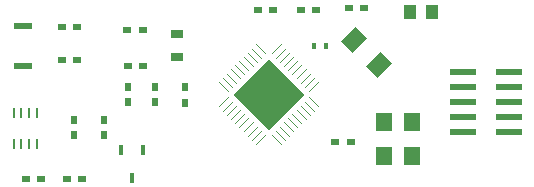
<source format=gbr>
G04 DipTrace 3.1.0.0*
G04 TopPaste.gbr*
%MOIN*%
G04 #@! TF.FileFunction,Paste,Top*
G04 #@! TF.Part,Single*
%AMOUTLINE2*
4,1,16,
0.014998,0.012214,
0.015682,0.013302,
0.015775,0.014128,
0.0155,0.014914,
0.014914,0.0155,
0.014128,0.015775,
0.013302,0.015682,
0.012214,0.014998,
-0.014998,-0.012214,
-0.015682,-0.013302,
-0.015775,-0.014128,
-0.0155,-0.014914,
-0.014914,-0.0155,
-0.014128,-0.015775,
-0.013302,-0.015682,
-0.012214,-0.014998,
0.014998,0.012214,
0*%
%AMOUTLINE5*
4,1,16,
0.012214,-0.014998,
0.013302,-0.015682,
0.014128,-0.015775,
0.014914,-0.0155,
0.0155,-0.014914,
0.015775,-0.014128,
0.015682,-0.013302,
0.014998,-0.012214,
-0.012214,0.014998,
-0.013302,0.015682,
-0.014128,0.015775,
-0.014914,0.0155,
-0.0155,0.014914,
-0.015775,0.014128,
-0.015682,0.013302,
-0.014998,0.012214,
0.012214,-0.014998,
0*%
%AMOUTLINE8*5,1,4,0,0,0.239413,-179.999999*%
%AMOUTLINE11*
4,1,4,
-0.027559,-0.031495,
-0.027559,0.031495,
0.027559,0.031495,
0.027559,-0.031495,
-0.027559,-0.031495,
0*%
%AMOUTLINE14*
4,1,4,
-0.004176,-0.04315,
-0.04315,-0.004176,
0.004176,0.04315,
0.04315,0.004176,
-0.004176,-0.04315,
0*%
%ADD47R,0.005709X0.035433*%
%ADD49R,0.059055X0.023622*%
%ADD51R,0.043307X0.051181*%
%ADD55R,0.017717X0.033465*%
%ADD57R,0.015354X0.020472*%
%ADD59R,0.03937X0.031496*%
%ADD61R,0.086614X0.02126*%
%ADD67R,0.019685X0.027559*%
%ADD69R,0.027559X0.019685*%
%ADD75OUTLINE2*%
%ADD78OUTLINE5*%
%ADD81OUTLINE8*%
%ADD84OUTLINE11*%
%ADD87OUTLINE14*%
%FSLAX26Y26*%
G04*
G70*
G90*
G75*
G01*
G04 TopPaste*
%LPD*%
D69*
X1541386Y1219701D3*
X1592567D3*
X1495386Y771701D3*
X1546567D3*
X853386Y1143701D3*
X802205D3*
X854386Y1023701D3*
X803205D3*
D67*
X803386Y903701D3*
Y954882D3*
D69*
X583386Y1153701D3*
X634567D3*
X1289386Y1212701D3*
X1238205D3*
X463386Y649701D3*
X514567D3*
D61*
X1919843Y1003701D3*
Y953701D3*
Y903701D3*
Y853701D3*
Y803701D3*
X2073386D3*
Y853701D3*
Y903701D3*
Y953701D3*
Y1003701D3*
D59*
X968386Y1132701D3*
Y1053961D3*
D57*
X1425386Y1091701D3*
X1463181D3*
D55*
X855386Y743701D3*
X780583D3*
X817984Y653150D3*
D67*
X993386Y953701D3*
Y902520D3*
X893386Y903701D3*
Y954882D3*
D69*
X1430976Y1212110D3*
X1379795D3*
D67*
X723386Y845701D3*
Y794520D3*
D69*
X651386Y649701D3*
X600205D3*
D67*
X623386Y794520D3*
Y845701D3*
D69*
X634567Y1043701D3*
X583386D3*
D51*
X1818787Y1203299D3*
X1743984D3*
D49*
X453386Y1023701D3*
Y1157559D3*
D75*
X1123386Y903701D3*
X1137306Y889781D3*
X1151224Y875862D3*
X1165144Y861942D3*
X1179063Y848022D3*
X1192983Y834104D3*
X1206903Y820184D3*
X1220822Y806265D3*
X1234741Y792345D3*
X1248660Y778425D3*
D78*
X1300163Y778147D3*
X1314081Y792067D3*
X1328001Y805987D3*
X1341921Y819906D3*
X1355840Y833825D3*
X1369760Y847744D3*
X1383678Y861664D3*
X1397598Y875584D3*
X1411518Y889503D3*
X1425437Y903423D3*
D75*
X1425159Y954924D3*
X1411239Y968844D3*
X1397320Y982762D3*
X1383400Y996682D3*
X1369482Y1010602D3*
X1355562Y1024521D3*
X1341642Y1038441D3*
X1327723Y1052360D3*
X1313803Y1066280D3*
X1299885Y1080199D3*
D78*
X1248382Y1080478D3*
X1234463Y1066558D3*
X1220543Y1052638D3*
X1206623Y1038719D3*
X1192705Y1024799D3*
X1178785Y1010881D3*
X1164866Y996961D3*
X1150946Y983041D3*
X1137026Y969122D3*
X1123108Y955202D3*
D81*
X1274273Y929312D3*
D47*
X423386Y763701D3*
X448976D3*
X474567D3*
X500157D3*
Y868031D3*
X474567D3*
X448976D3*
X423386D3*
D84*
X1658386Y836701D3*
Y726465D3*
X1752874Y726463D3*
Y836699D3*
D87*
X1640386Y1028701D3*
X1556869Y1112218D3*
M02*

</source>
